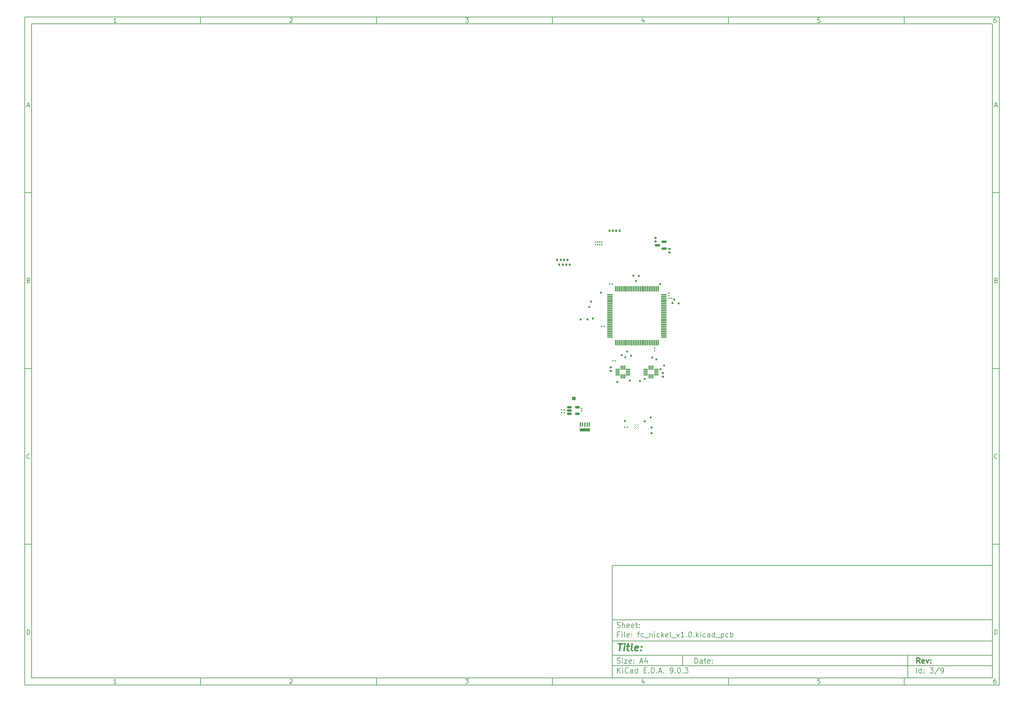
<source format=gbr>
%TF.GenerationSoftware,KiCad,Pcbnew,9.0.3*%
%TF.CreationDate,2025-08-31T17:25:54+05:30*%
%TF.ProjectId,fc_nickel_v1.0,66635f6e-6963-46b6-956c-5f76312e302e,rev?*%
%TF.SameCoordinates,Original*%
%TF.FileFunction,Paste,Top*%
%TF.FilePolarity,Positive*%
%FSLAX46Y46*%
G04 Gerber Fmt 4.6, Leading zero omitted, Abs format (unit mm)*
G04 Created by KiCad (PCBNEW 9.0.3) date 2025-08-31 17:25:54*
%MOMM*%
%LPD*%
G01*
G04 APERTURE LIST*
G04 Aperture macros list*
%AMRoundRect*
0 Rectangle with rounded corners*
0 $1 Rounding radius*
0 $2 $3 $4 $5 $6 $7 $8 $9 X,Y pos of 4 corners*
0 Add a 4 corners polygon primitive as box body*
4,1,4,$2,$3,$4,$5,$6,$7,$8,$9,$2,$3,0*
0 Add four circle primitives for the rounded corners*
1,1,$1+$1,$2,$3*
1,1,$1+$1,$4,$5*
1,1,$1+$1,$6,$7*
1,1,$1+$1,$8,$9*
0 Add four rect primitives between the rounded corners*
20,1,$1+$1,$2,$3,$4,$5,0*
20,1,$1+$1,$4,$5,$6,$7,0*
20,1,$1+$1,$6,$7,$8,$9,0*
20,1,$1+$1,$8,$9,$2,$3,0*%
G04 Aperture macros list end*
%ADD10C,0.100000*%
%ADD11C,0.150000*%
%ADD12C,0.300000*%
%ADD13C,0.400000*%
%ADD14R,0.500000X0.500000*%
%ADD15RoundRect,0.067500X0.137500X0.067500X-0.137500X0.067500X-0.137500X-0.067500X0.137500X-0.067500X0*%
%ADD16RoundRect,0.067500X-0.067500X0.137500X-0.067500X-0.137500X0.067500X-0.137500X0.067500X0.137500X0*%
%ADD17RoundRect,0.150000X0.587500X0.150000X-0.587500X0.150000X-0.587500X-0.150000X0.587500X-0.150000X0*%
%ADD18R,0.400000X1.200000*%
%ADD19R,3.000000X0.900000*%
%ADD20RoundRect,0.147500X0.147500X0.172500X-0.147500X0.172500X-0.147500X-0.172500X0.147500X-0.172500X0*%
%ADD21RoundRect,0.135000X-0.185000X0.135000X-0.185000X-0.135000X0.185000X-0.135000X0.185000X0.135000X0*%
%ADD22RoundRect,0.045000X0.555000X0.105000X-0.555000X0.105000X-0.555000X-0.105000X0.555000X-0.105000X0*%
%ADD23RoundRect,0.045000X0.105000X-0.555000X0.105000X0.555000X-0.105000X0.555000X-0.105000X-0.555000X0*%
%ADD24RoundRect,0.067500X-0.137500X-0.067500X0.137500X-0.067500X0.137500X0.067500X-0.137500X0.067500X0*%
%ADD25RoundRect,0.135000X0.135000X0.185000X-0.135000X0.185000X-0.135000X-0.185000X0.135000X-0.185000X0*%
%ADD26RoundRect,0.135000X0.185000X-0.135000X0.185000X0.135000X-0.185000X0.135000X-0.185000X-0.135000X0*%
%ADD27C,0.200000*%
%ADD28RoundRect,0.147500X-0.147500X-0.172500X0.147500X-0.172500X0.147500X0.172500X-0.147500X0.172500X0*%
%ADD29RoundRect,0.150000X-0.512500X-0.150000X0.512500X-0.150000X0.512500X0.150000X-0.512500X0.150000X0*%
%ADD30RoundRect,0.067500X0.067500X-0.137500X0.067500X0.137500X-0.067500X0.137500X-0.067500X-0.137500X0*%
%ADD31RoundRect,0.135000X-0.135000X-0.185000X0.135000X-0.185000X0.135000X0.185000X-0.135000X0.185000X0*%
%ADD32RoundRect,0.045000X-0.555000X-0.105000X0.555000X-0.105000X0.555000X0.105000X-0.555000X0.105000X0*%
%ADD33RoundRect,0.045000X-0.105000X0.555000X-0.105000X-0.555000X0.105000X-0.555000X0.105000X0.555000X0*%
%ADD34RoundRect,0.075000X-0.725000X-0.075000X0.725000X-0.075000X0.725000X0.075000X-0.725000X0.075000X0*%
%ADD35RoundRect,0.075000X-0.075000X-0.725000X0.075000X-0.725000X0.075000X0.725000X-0.075000X0.725000X0*%
G04 APERTURE END LIST*
D10*
D11*
X177002200Y-166007200D02*
X285002200Y-166007200D01*
X285002200Y-198007200D01*
X177002200Y-198007200D01*
X177002200Y-166007200D01*
D10*
D11*
X10000000Y-10000000D02*
X287002200Y-10000000D01*
X287002200Y-200007200D01*
X10000000Y-200007200D01*
X10000000Y-10000000D01*
D10*
D11*
X12000000Y-12000000D02*
X285002200Y-12000000D01*
X285002200Y-198007200D01*
X12000000Y-198007200D01*
X12000000Y-12000000D01*
D10*
D11*
X60000000Y-12000000D02*
X60000000Y-10000000D01*
D10*
D11*
X110000000Y-12000000D02*
X110000000Y-10000000D01*
D10*
D11*
X160000000Y-12000000D02*
X160000000Y-10000000D01*
D10*
D11*
X210000000Y-12000000D02*
X210000000Y-10000000D01*
D10*
D11*
X260000000Y-12000000D02*
X260000000Y-10000000D01*
D10*
D11*
X36089160Y-11593604D02*
X35346303Y-11593604D01*
X35717731Y-11593604D02*
X35717731Y-10293604D01*
X35717731Y-10293604D02*
X35593922Y-10479319D01*
X35593922Y-10479319D02*
X35470112Y-10603128D01*
X35470112Y-10603128D02*
X35346303Y-10665033D01*
D10*
D11*
X85346303Y-10417414D02*
X85408207Y-10355509D01*
X85408207Y-10355509D02*
X85532017Y-10293604D01*
X85532017Y-10293604D02*
X85841541Y-10293604D01*
X85841541Y-10293604D02*
X85965350Y-10355509D01*
X85965350Y-10355509D02*
X86027255Y-10417414D01*
X86027255Y-10417414D02*
X86089160Y-10541223D01*
X86089160Y-10541223D02*
X86089160Y-10665033D01*
X86089160Y-10665033D02*
X86027255Y-10850747D01*
X86027255Y-10850747D02*
X85284398Y-11593604D01*
X85284398Y-11593604D02*
X86089160Y-11593604D01*
D10*
D11*
X135284398Y-10293604D02*
X136089160Y-10293604D01*
X136089160Y-10293604D02*
X135655826Y-10788842D01*
X135655826Y-10788842D02*
X135841541Y-10788842D01*
X135841541Y-10788842D02*
X135965350Y-10850747D01*
X135965350Y-10850747D02*
X136027255Y-10912652D01*
X136027255Y-10912652D02*
X136089160Y-11036461D01*
X136089160Y-11036461D02*
X136089160Y-11345985D01*
X136089160Y-11345985D02*
X136027255Y-11469795D01*
X136027255Y-11469795D02*
X135965350Y-11531700D01*
X135965350Y-11531700D02*
X135841541Y-11593604D01*
X135841541Y-11593604D02*
X135470112Y-11593604D01*
X135470112Y-11593604D02*
X135346303Y-11531700D01*
X135346303Y-11531700D02*
X135284398Y-11469795D01*
D10*
D11*
X185965350Y-10726938D02*
X185965350Y-11593604D01*
X185655826Y-10231700D02*
X185346303Y-11160271D01*
X185346303Y-11160271D02*
X186151064Y-11160271D01*
D10*
D11*
X236027255Y-10293604D02*
X235408207Y-10293604D01*
X235408207Y-10293604D02*
X235346303Y-10912652D01*
X235346303Y-10912652D02*
X235408207Y-10850747D01*
X235408207Y-10850747D02*
X235532017Y-10788842D01*
X235532017Y-10788842D02*
X235841541Y-10788842D01*
X235841541Y-10788842D02*
X235965350Y-10850747D01*
X235965350Y-10850747D02*
X236027255Y-10912652D01*
X236027255Y-10912652D02*
X236089160Y-11036461D01*
X236089160Y-11036461D02*
X236089160Y-11345985D01*
X236089160Y-11345985D02*
X236027255Y-11469795D01*
X236027255Y-11469795D02*
X235965350Y-11531700D01*
X235965350Y-11531700D02*
X235841541Y-11593604D01*
X235841541Y-11593604D02*
X235532017Y-11593604D01*
X235532017Y-11593604D02*
X235408207Y-11531700D01*
X235408207Y-11531700D02*
X235346303Y-11469795D01*
D10*
D11*
X285965350Y-10293604D02*
X285717731Y-10293604D01*
X285717731Y-10293604D02*
X285593922Y-10355509D01*
X285593922Y-10355509D02*
X285532017Y-10417414D01*
X285532017Y-10417414D02*
X285408207Y-10603128D01*
X285408207Y-10603128D02*
X285346303Y-10850747D01*
X285346303Y-10850747D02*
X285346303Y-11345985D01*
X285346303Y-11345985D02*
X285408207Y-11469795D01*
X285408207Y-11469795D02*
X285470112Y-11531700D01*
X285470112Y-11531700D02*
X285593922Y-11593604D01*
X285593922Y-11593604D02*
X285841541Y-11593604D01*
X285841541Y-11593604D02*
X285965350Y-11531700D01*
X285965350Y-11531700D02*
X286027255Y-11469795D01*
X286027255Y-11469795D02*
X286089160Y-11345985D01*
X286089160Y-11345985D02*
X286089160Y-11036461D01*
X286089160Y-11036461D02*
X286027255Y-10912652D01*
X286027255Y-10912652D02*
X285965350Y-10850747D01*
X285965350Y-10850747D02*
X285841541Y-10788842D01*
X285841541Y-10788842D02*
X285593922Y-10788842D01*
X285593922Y-10788842D02*
X285470112Y-10850747D01*
X285470112Y-10850747D02*
X285408207Y-10912652D01*
X285408207Y-10912652D02*
X285346303Y-11036461D01*
D10*
D11*
X60000000Y-198007200D02*
X60000000Y-200007200D01*
D10*
D11*
X110000000Y-198007200D02*
X110000000Y-200007200D01*
D10*
D11*
X160000000Y-198007200D02*
X160000000Y-200007200D01*
D10*
D11*
X210000000Y-198007200D02*
X210000000Y-200007200D01*
D10*
D11*
X260000000Y-198007200D02*
X260000000Y-200007200D01*
D10*
D11*
X36089160Y-199600804D02*
X35346303Y-199600804D01*
X35717731Y-199600804D02*
X35717731Y-198300804D01*
X35717731Y-198300804D02*
X35593922Y-198486519D01*
X35593922Y-198486519D02*
X35470112Y-198610328D01*
X35470112Y-198610328D02*
X35346303Y-198672233D01*
D10*
D11*
X85346303Y-198424614D02*
X85408207Y-198362709D01*
X85408207Y-198362709D02*
X85532017Y-198300804D01*
X85532017Y-198300804D02*
X85841541Y-198300804D01*
X85841541Y-198300804D02*
X85965350Y-198362709D01*
X85965350Y-198362709D02*
X86027255Y-198424614D01*
X86027255Y-198424614D02*
X86089160Y-198548423D01*
X86089160Y-198548423D02*
X86089160Y-198672233D01*
X86089160Y-198672233D02*
X86027255Y-198857947D01*
X86027255Y-198857947D02*
X85284398Y-199600804D01*
X85284398Y-199600804D02*
X86089160Y-199600804D01*
D10*
D11*
X135284398Y-198300804D02*
X136089160Y-198300804D01*
X136089160Y-198300804D02*
X135655826Y-198796042D01*
X135655826Y-198796042D02*
X135841541Y-198796042D01*
X135841541Y-198796042D02*
X135965350Y-198857947D01*
X135965350Y-198857947D02*
X136027255Y-198919852D01*
X136027255Y-198919852D02*
X136089160Y-199043661D01*
X136089160Y-199043661D02*
X136089160Y-199353185D01*
X136089160Y-199353185D02*
X136027255Y-199476995D01*
X136027255Y-199476995D02*
X135965350Y-199538900D01*
X135965350Y-199538900D02*
X135841541Y-199600804D01*
X135841541Y-199600804D02*
X135470112Y-199600804D01*
X135470112Y-199600804D02*
X135346303Y-199538900D01*
X135346303Y-199538900D02*
X135284398Y-199476995D01*
D10*
D11*
X185965350Y-198734138D02*
X185965350Y-199600804D01*
X185655826Y-198238900D02*
X185346303Y-199167471D01*
X185346303Y-199167471D02*
X186151064Y-199167471D01*
D10*
D11*
X236027255Y-198300804D02*
X235408207Y-198300804D01*
X235408207Y-198300804D02*
X235346303Y-198919852D01*
X235346303Y-198919852D02*
X235408207Y-198857947D01*
X235408207Y-198857947D02*
X235532017Y-198796042D01*
X235532017Y-198796042D02*
X235841541Y-198796042D01*
X235841541Y-198796042D02*
X235965350Y-198857947D01*
X235965350Y-198857947D02*
X236027255Y-198919852D01*
X236027255Y-198919852D02*
X236089160Y-199043661D01*
X236089160Y-199043661D02*
X236089160Y-199353185D01*
X236089160Y-199353185D02*
X236027255Y-199476995D01*
X236027255Y-199476995D02*
X235965350Y-199538900D01*
X235965350Y-199538900D02*
X235841541Y-199600804D01*
X235841541Y-199600804D02*
X235532017Y-199600804D01*
X235532017Y-199600804D02*
X235408207Y-199538900D01*
X235408207Y-199538900D02*
X235346303Y-199476995D01*
D10*
D11*
X285965350Y-198300804D02*
X285717731Y-198300804D01*
X285717731Y-198300804D02*
X285593922Y-198362709D01*
X285593922Y-198362709D02*
X285532017Y-198424614D01*
X285532017Y-198424614D02*
X285408207Y-198610328D01*
X285408207Y-198610328D02*
X285346303Y-198857947D01*
X285346303Y-198857947D02*
X285346303Y-199353185D01*
X285346303Y-199353185D02*
X285408207Y-199476995D01*
X285408207Y-199476995D02*
X285470112Y-199538900D01*
X285470112Y-199538900D02*
X285593922Y-199600804D01*
X285593922Y-199600804D02*
X285841541Y-199600804D01*
X285841541Y-199600804D02*
X285965350Y-199538900D01*
X285965350Y-199538900D02*
X286027255Y-199476995D01*
X286027255Y-199476995D02*
X286089160Y-199353185D01*
X286089160Y-199353185D02*
X286089160Y-199043661D01*
X286089160Y-199043661D02*
X286027255Y-198919852D01*
X286027255Y-198919852D02*
X285965350Y-198857947D01*
X285965350Y-198857947D02*
X285841541Y-198796042D01*
X285841541Y-198796042D02*
X285593922Y-198796042D01*
X285593922Y-198796042D02*
X285470112Y-198857947D01*
X285470112Y-198857947D02*
X285408207Y-198919852D01*
X285408207Y-198919852D02*
X285346303Y-199043661D01*
D10*
D11*
X10000000Y-60000000D02*
X12000000Y-60000000D01*
D10*
D11*
X10000000Y-110000000D02*
X12000000Y-110000000D01*
D10*
D11*
X10000000Y-160000000D02*
X12000000Y-160000000D01*
D10*
D11*
X10690476Y-35222176D02*
X11309523Y-35222176D01*
X10566666Y-35593604D02*
X10999999Y-34293604D01*
X10999999Y-34293604D02*
X11433333Y-35593604D01*
D10*
D11*
X11092857Y-84912652D02*
X11278571Y-84974557D01*
X11278571Y-84974557D02*
X11340476Y-85036461D01*
X11340476Y-85036461D02*
X11402380Y-85160271D01*
X11402380Y-85160271D02*
X11402380Y-85345985D01*
X11402380Y-85345985D02*
X11340476Y-85469795D01*
X11340476Y-85469795D02*
X11278571Y-85531700D01*
X11278571Y-85531700D02*
X11154761Y-85593604D01*
X11154761Y-85593604D02*
X10659523Y-85593604D01*
X10659523Y-85593604D02*
X10659523Y-84293604D01*
X10659523Y-84293604D02*
X11092857Y-84293604D01*
X11092857Y-84293604D02*
X11216666Y-84355509D01*
X11216666Y-84355509D02*
X11278571Y-84417414D01*
X11278571Y-84417414D02*
X11340476Y-84541223D01*
X11340476Y-84541223D02*
X11340476Y-84665033D01*
X11340476Y-84665033D02*
X11278571Y-84788842D01*
X11278571Y-84788842D02*
X11216666Y-84850747D01*
X11216666Y-84850747D02*
X11092857Y-84912652D01*
X11092857Y-84912652D02*
X10659523Y-84912652D01*
D10*
D11*
X11402380Y-135469795D02*
X11340476Y-135531700D01*
X11340476Y-135531700D02*
X11154761Y-135593604D01*
X11154761Y-135593604D02*
X11030952Y-135593604D01*
X11030952Y-135593604D02*
X10845238Y-135531700D01*
X10845238Y-135531700D02*
X10721428Y-135407890D01*
X10721428Y-135407890D02*
X10659523Y-135284080D01*
X10659523Y-135284080D02*
X10597619Y-135036461D01*
X10597619Y-135036461D02*
X10597619Y-134850747D01*
X10597619Y-134850747D02*
X10659523Y-134603128D01*
X10659523Y-134603128D02*
X10721428Y-134479319D01*
X10721428Y-134479319D02*
X10845238Y-134355509D01*
X10845238Y-134355509D02*
X11030952Y-134293604D01*
X11030952Y-134293604D02*
X11154761Y-134293604D01*
X11154761Y-134293604D02*
X11340476Y-134355509D01*
X11340476Y-134355509D02*
X11402380Y-134417414D01*
D10*
D11*
X10659523Y-185593604D02*
X10659523Y-184293604D01*
X10659523Y-184293604D02*
X10969047Y-184293604D01*
X10969047Y-184293604D02*
X11154761Y-184355509D01*
X11154761Y-184355509D02*
X11278571Y-184479319D01*
X11278571Y-184479319D02*
X11340476Y-184603128D01*
X11340476Y-184603128D02*
X11402380Y-184850747D01*
X11402380Y-184850747D02*
X11402380Y-185036461D01*
X11402380Y-185036461D02*
X11340476Y-185284080D01*
X11340476Y-185284080D02*
X11278571Y-185407890D01*
X11278571Y-185407890D02*
X11154761Y-185531700D01*
X11154761Y-185531700D02*
X10969047Y-185593604D01*
X10969047Y-185593604D02*
X10659523Y-185593604D01*
D10*
D11*
X287002200Y-60000000D02*
X285002200Y-60000000D01*
D10*
D11*
X287002200Y-110000000D02*
X285002200Y-110000000D01*
D10*
D11*
X287002200Y-160000000D02*
X285002200Y-160000000D01*
D10*
D11*
X285692676Y-35222176D02*
X286311723Y-35222176D01*
X285568866Y-35593604D02*
X286002199Y-34293604D01*
X286002199Y-34293604D02*
X286435533Y-35593604D01*
D10*
D11*
X286095057Y-84912652D02*
X286280771Y-84974557D01*
X286280771Y-84974557D02*
X286342676Y-85036461D01*
X286342676Y-85036461D02*
X286404580Y-85160271D01*
X286404580Y-85160271D02*
X286404580Y-85345985D01*
X286404580Y-85345985D02*
X286342676Y-85469795D01*
X286342676Y-85469795D02*
X286280771Y-85531700D01*
X286280771Y-85531700D02*
X286156961Y-85593604D01*
X286156961Y-85593604D02*
X285661723Y-85593604D01*
X285661723Y-85593604D02*
X285661723Y-84293604D01*
X285661723Y-84293604D02*
X286095057Y-84293604D01*
X286095057Y-84293604D02*
X286218866Y-84355509D01*
X286218866Y-84355509D02*
X286280771Y-84417414D01*
X286280771Y-84417414D02*
X286342676Y-84541223D01*
X286342676Y-84541223D02*
X286342676Y-84665033D01*
X286342676Y-84665033D02*
X286280771Y-84788842D01*
X286280771Y-84788842D02*
X286218866Y-84850747D01*
X286218866Y-84850747D02*
X286095057Y-84912652D01*
X286095057Y-84912652D02*
X285661723Y-84912652D01*
D10*
D11*
X286404580Y-135469795D02*
X286342676Y-135531700D01*
X286342676Y-135531700D02*
X286156961Y-135593604D01*
X286156961Y-135593604D02*
X286033152Y-135593604D01*
X286033152Y-135593604D02*
X285847438Y-135531700D01*
X285847438Y-135531700D02*
X285723628Y-135407890D01*
X285723628Y-135407890D02*
X285661723Y-135284080D01*
X285661723Y-135284080D02*
X285599819Y-135036461D01*
X285599819Y-135036461D02*
X285599819Y-134850747D01*
X285599819Y-134850747D02*
X285661723Y-134603128D01*
X285661723Y-134603128D02*
X285723628Y-134479319D01*
X285723628Y-134479319D02*
X285847438Y-134355509D01*
X285847438Y-134355509D02*
X286033152Y-134293604D01*
X286033152Y-134293604D02*
X286156961Y-134293604D01*
X286156961Y-134293604D02*
X286342676Y-134355509D01*
X286342676Y-134355509D02*
X286404580Y-134417414D01*
D10*
D11*
X285661723Y-185593604D02*
X285661723Y-184293604D01*
X285661723Y-184293604D02*
X285971247Y-184293604D01*
X285971247Y-184293604D02*
X286156961Y-184355509D01*
X286156961Y-184355509D02*
X286280771Y-184479319D01*
X286280771Y-184479319D02*
X286342676Y-184603128D01*
X286342676Y-184603128D02*
X286404580Y-184850747D01*
X286404580Y-184850747D02*
X286404580Y-185036461D01*
X286404580Y-185036461D02*
X286342676Y-185284080D01*
X286342676Y-185284080D02*
X286280771Y-185407890D01*
X286280771Y-185407890D02*
X286156961Y-185531700D01*
X286156961Y-185531700D02*
X285971247Y-185593604D01*
X285971247Y-185593604D02*
X285661723Y-185593604D01*
D10*
D11*
X200458026Y-193793328D02*
X200458026Y-192293328D01*
X200458026Y-192293328D02*
X200815169Y-192293328D01*
X200815169Y-192293328D02*
X201029455Y-192364757D01*
X201029455Y-192364757D02*
X201172312Y-192507614D01*
X201172312Y-192507614D02*
X201243741Y-192650471D01*
X201243741Y-192650471D02*
X201315169Y-192936185D01*
X201315169Y-192936185D02*
X201315169Y-193150471D01*
X201315169Y-193150471D02*
X201243741Y-193436185D01*
X201243741Y-193436185D02*
X201172312Y-193579042D01*
X201172312Y-193579042D02*
X201029455Y-193721900D01*
X201029455Y-193721900D02*
X200815169Y-193793328D01*
X200815169Y-193793328D02*
X200458026Y-193793328D01*
X202600884Y-193793328D02*
X202600884Y-193007614D01*
X202600884Y-193007614D02*
X202529455Y-192864757D01*
X202529455Y-192864757D02*
X202386598Y-192793328D01*
X202386598Y-192793328D02*
X202100884Y-192793328D01*
X202100884Y-192793328D02*
X201958026Y-192864757D01*
X202600884Y-193721900D02*
X202458026Y-193793328D01*
X202458026Y-193793328D02*
X202100884Y-193793328D01*
X202100884Y-193793328D02*
X201958026Y-193721900D01*
X201958026Y-193721900D02*
X201886598Y-193579042D01*
X201886598Y-193579042D02*
X201886598Y-193436185D01*
X201886598Y-193436185D02*
X201958026Y-193293328D01*
X201958026Y-193293328D02*
X202100884Y-193221900D01*
X202100884Y-193221900D02*
X202458026Y-193221900D01*
X202458026Y-193221900D02*
X202600884Y-193150471D01*
X203100884Y-192793328D02*
X203672312Y-192793328D01*
X203315169Y-192293328D02*
X203315169Y-193579042D01*
X203315169Y-193579042D02*
X203386598Y-193721900D01*
X203386598Y-193721900D02*
X203529455Y-193793328D01*
X203529455Y-193793328D02*
X203672312Y-193793328D01*
X204743741Y-193721900D02*
X204600884Y-193793328D01*
X204600884Y-193793328D02*
X204315170Y-193793328D01*
X204315170Y-193793328D02*
X204172312Y-193721900D01*
X204172312Y-193721900D02*
X204100884Y-193579042D01*
X204100884Y-193579042D02*
X204100884Y-193007614D01*
X204100884Y-193007614D02*
X204172312Y-192864757D01*
X204172312Y-192864757D02*
X204315170Y-192793328D01*
X204315170Y-192793328D02*
X204600884Y-192793328D01*
X204600884Y-192793328D02*
X204743741Y-192864757D01*
X204743741Y-192864757D02*
X204815170Y-193007614D01*
X204815170Y-193007614D02*
X204815170Y-193150471D01*
X204815170Y-193150471D02*
X204100884Y-193293328D01*
X205458026Y-193650471D02*
X205529455Y-193721900D01*
X205529455Y-193721900D02*
X205458026Y-193793328D01*
X205458026Y-193793328D02*
X205386598Y-193721900D01*
X205386598Y-193721900D02*
X205458026Y-193650471D01*
X205458026Y-193650471D02*
X205458026Y-193793328D01*
X205458026Y-192864757D02*
X205529455Y-192936185D01*
X205529455Y-192936185D02*
X205458026Y-193007614D01*
X205458026Y-193007614D02*
X205386598Y-192936185D01*
X205386598Y-192936185D02*
X205458026Y-192864757D01*
X205458026Y-192864757D02*
X205458026Y-193007614D01*
D10*
D11*
X177002200Y-194507200D02*
X285002200Y-194507200D01*
D10*
D11*
X178458026Y-196593328D02*
X178458026Y-195093328D01*
X179315169Y-196593328D02*
X178672312Y-195736185D01*
X179315169Y-195093328D02*
X178458026Y-195950471D01*
X179958026Y-196593328D02*
X179958026Y-195593328D01*
X179958026Y-195093328D02*
X179886598Y-195164757D01*
X179886598Y-195164757D02*
X179958026Y-195236185D01*
X179958026Y-195236185D02*
X180029455Y-195164757D01*
X180029455Y-195164757D02*
X179958026Y-195093328D01*
X179958026Y-195093328D02*
X179958026Y-195236185D01*
X181529455Y-196450471D02*
X181458027Y-196521900D01*
X181458027Y-196521900D02*
X181243741Y-196593328D01*
X181243741Y-196593328D02*
X181100884Y-196593328D01*
X181100884Y-196593328D02*
X180886598Y-196521900D01*
X180886598Y-196521900D02*
X180743741Y-196379042D01*
X180743741Y-196379042D02*
X180672312Y-196236185D01*
X180672312Y-196236185D02*
X180600884Y-195950471D01*
X180600884Y-195950471D02*
X180600884Y-195736185D01*
X180600884Y-195736185D02*
X180672312Y-195450471D01*
X180672312Y-195450471D02*
X180743741Y-195307614D01*
X180743741Y-195307614D02*
X180886598Y-195164757D01*
X180886598Y-195164757D02*
X181100884Y-195093328D01*
X181100884Y-195093328D02*
X181243741Y-195093328D01*
X181243741Y-195093328D02*
X181458027Y-195164757D01*
X181458027Y-195164757D02*
X181529455Y-195236185D01*
X182815170Y-196593328D02*
X182815170Y-195807614D01*
X182815170Y-195807614D02*
X182743741Y-195664757D01*
X182743741Y-195664757D02*
X182600884Y-195593328D01*
X182600884Y-195593328D02*
X182315170Y-195593328D01*
X182315170Y-195593328D02*
X182172312Y-195664757D01*
X182815170Y-196521900D02*
X182672312Y-196593328D01*
X182672312Y-196593328D02*
X182315170Y-196593328D01*
X182315170Y-196593328D02*
X182172312Y-196521900D01*
X182172312Y-196521900D02*
X182100884Y-196379042D01*
X182100884Y-196379042D02*
X182100884Y-196236185D01*
X182100884Y-196236185D02*
X182172312Y-196093328D01*
X182172312Y-196093328D02*
X182315170Y-196021900D01*
X182315170Y-196021900D02*
X182672312Y-196021900D01*
X182672312Y-196021900D02*
X182815170Y-195950471D01*
X184172313Y-196593328D02*
X184172313Y-195093328D01*
X184172313Y-196521900D02*
X184029455Y-196593328D01*
X184029455Y-196593328D02*
X183743741Y-196593328D01*
X183743741Y-196593328D02*
X183600884Y-196521900D01*
X183600884Y-196521900D02*
X183529455Y-196450471D01*
X183529455Y-196450471D02*
X183458027Y-196307614D01*
X183458027Y-196307614D02*
X183458027Y-195879042D01*
X183458027Y-195879042D02*
X183529455Y-195736185D01*
X183529455Y-195736185D02*
X183600884Y-195664757D01*
X183600884Y-195664757D02*
X183743741Y-195593328D01*
X183743741Y-195593328D02*
X184029455Y-195593328D01*
X184029455Y-195593328D02*
X184172313Y-195664757D01*
X186029455Y-195807614D02*
X186529455Y-195807614D01*
X186743741Y-196593328D02*
X186029455Y-196593328D01*
X186029455Y-196593328D02*
X186029455Y-195093328D01*
X186029455Y-195093328D02*
X186743741Y-195093328D01*
X187386598Y-196450471D02*
X187458027Y-196521900D01*
X187458027Y-196521900D02*
X187386598Y-196593328D01*
X187386598Y-196593328D02*
X187315170Y-196521900D01*
X187315170Y-196521900D02*
X187386598Y-196450471D01*
X187386598Y-196450471D02*
X187386598Y-196593328D01*
X188100884Y-196593328D02*
X188100884Y-195093328D01*
X188100884Y-195093328D02*
X188458027Y-195093328D01*
X188458027Y-195093328D02*
X188672313Y-195164757D01*
X188672313Y-195164757D02*
X188815170Y-195307614D01*
X188815170Y-195307614D02*
X188886599Y-195450471D01*
X188886599Y-195450471D02*
X188958027Y-195736185D01*
X188958027Y-195736185D02*
X188958027Y-195950471D01*
X188958027Y-195950471D02*
X188886599Y-196236185D01*
X188886599Y-196236185D02*
X188815170Y-196379042D01*
X188815170Y-196379042D02*
X188672313Y-196521900D01*
X188672313Y-196521900D02*
X188458027Y-196593328D01*
X188458027Y-196593328D02*
X188100884Y-196593328D01*
X189600884Y-196450471D02*
X189672313Y-196521900D01*
X189672313Y-196521900D02*
X189600884Y-196593328D01*
X189600884Y-196593328D02*
X189529456Y-196521900D01*
X189529456Y-196521900D02*
X189600884Y-196450471D01*
X189600884Y-196450471D02*
X189600884Y-196593328D01*
X190243742Y-196164757D02*
X190958028Y-196164757D01*
X190100885Y-196593328D02*
X190600885Y-195093328D01*
X190600885Y-195093328D02*
X191100885Y-196593328D01*
X191600884Y-196450471D02*
X191672313Y-196521900D01*
X191672313Y-196521900D02*
X191600884Y-196593328D01*
X191600884Y-196593328D02*
X191529456Y-196521900D01*
X191529456Y-196521900D02*
X191600884Y-196450471D01*
X191600884Y-196450471D02*
X191600884Y-196593328D01*
X193529456Y-196593328D02*
X193815170Y-196593328D01*
X193815170Y-196593328D02*
X193958027Y-196521900D01*
X193958027Y-196521900D02*
X194029456Y-196450471D01*
X194029456Y-196450471D02*
X194172313Y-196236185D01*
X194172313Y-196236185D02*
X194243742Y-195950471D01*
X194243742Y-195950471D02*
X194243742Y-195379042D01*
X194243742Y-195379042D02*
X194172313Y-195236185D01*
X194172313Y-195236185D02*
X194100885Y-195164757D01*
X194100885Y-195164757D02*
X193958027Y-195093328D01*
X193958027Y-195093328D02*
X193672313Y-195093328D01*
X193672313Y-195093328D02*
X193529456Y-195164757D01*
X193529456Y-195164757D02*
X193458027Y-195236185D01*
X193458027Y-195236185D02*
X193386599Y-195379042D01*
X193386599Y-195379042D02*
X193386599Y-195736185D01*
X193386599Y-195736185D02*
X193458027Y-195879042D01*
X193458027Y-195879042D02*
X193529456Y-195950471D01*
X193529456Y-195950471D02*
X193672313Y-196021900D01*
X193672313Y-196021900D02*
X193958027Y-196021900D01*
X193958027Y-196021900D02*
X194100885Y-195950471D01*
X194100885Y-195950471D02*
X194172313Y-195879042D01*
X194172313Y-195879042D02*
X194243742Y-195736185D01*
X194886598Y-196450471D02*
X194958027Y-196521900D01*
X194958027Y-196521900D02*
X194886598Y-196593328D01*
X194886598Y-196593328D02*
X194815170Y-196521900D01*
X194815170Y-196521900D02*
X194886598Y-196450471D01*
X194886598Y-196450471D02*
X194886598Y-196593328D01*
X195886599Y-195093328D02*
X196029456Y-195093328D01*
X196029456Y-195093328D02*
X196172313Y-195164757D01*
X196172313Y-195164757D02*
X196243742Y-195236185D01*
X196243742Y-195236185D02*
X196315170Y-195379042D01*
X196315170Y-195379042D02*
X196386599Y-195664757D01*
X196386599Y-195664757D02*
X196386599Y-196021900D01*
X196386599Y-196021900D02*
X196315170Y-196307614D01*
X196315170Y-196307614D02*
X196243742Y-196450471D01*
X196243742Y-196450471D02*
X196172313Y-196521900D01*
X196172313Y-196521900D02*
X196029456Y-196593328D01*
X196029456Y-196593328D02*
X195886599Y-196593328D01*
X195886599Y-196593328D02*
X195743742Y-196521900D01*
X195743742Y-196521900D02*
X195672313Y-196450471D01*
X195672313Y-196450471D02*
X195600884Y-196307614D01*
X195600884Y-196307614D02*
X195529456Y-196021900D01*
X195529456Y-196021900D02*
X195529456Y-195664757D01*
X195529456Y-195664757D02*
X195600884Y-195379042D01*
X195600884Y-195379042D02*
X195672313Y-195236185D01*
X195672313Y-195236185D02*
X195743742Y-195164757D01*
X195743742Y-195164757D02*
X195886599Y-195093328D01*
X197029455Y-196450471D02*
X197100884Y-196521900D01*
X197100884Y-196521900D02*
X197029455Y-196593328D01*
X197029455Y-196593328D02*
X196958027Y-196521900D01*
X196958027Y-196521900D02*
X197029455Y-196450471D01*
X197029455Y-196450471D02*
X197029455Y-196593328D01*
X197600884Y-195093328D02*
X198529456Y-195093328D01*
X198529456Y-195093328D02*
X198029456Y-195664757D01*
X198029456Y-195664757D02*
X198243741Y-195664757D01*
X198243741Y-195664757D02*
X198386599Y-195736185D01*
X198386599Y-195736185D02*
X198458027Y-195807614D01*
X198458027Y-195807614D02*
X198529456Y-195950471D01*
X198529456Y-195950471D02*
X198529456Y-196307614D01*
X198529456Y-196307614D02*
X198458027Y-196450471D01*
X198458027Y-196450471D02*
X198386599Y-196521900D01*
X198386599Y-196521900D02*
X198243741Y-196593328D01*
X198243741Y-196593328D02*
X197815170Y-196593328D01*
X197815170Y-196593328D02*
X197672313Y-196521900D01*
X197672313Y-196521900D02*
X197600884Y-196450471D01*
D10*
D11*
X177002200Y-191507200D02*
X285002200Y-191507200D01*
D10*
D12*
X264413853Y-193785528D02*
X263913853Y-193071242D01*
X263556710Y-193785528D02*
X263556710Y-192285528D01*
X263556710Y-192285528D02*
X264128139Y-192285528D01*
X264128139Y-192285528D02*
X264270996Y-192356957D01*
X264270996Y-192356957D02*
X264342425Y-192428385D01*
X264342425Y-192428385D02*
X264413853Y-192571242D01*
X264413853Y-192571242D02*
X264413853Y-192785528D01*
X264413853Y-192785528D02*
X264342425Y-192928385D01*
X264342425Y-192928385D02*
X264270996Y-192999814D01*
X264270996Y-192999814D02*
X264128139Y-193071242D01*
X264128139Y-193071242D02*
X263556710Y-193071242D01*
X265628139Y-193714100D02*
X265485282Y-193785528D01*
X265485282Y-193785528D02*
X265199568Y-193785528D01*
X265199568Y-193785528D02*
X265056710Y-193714100D01*
X265056710Y-193714100D02*
X264985282Y-193571242D01*
X264985282Y-193571242D02*
X264985282Y-192999814D01*
X264985282Y-192999814D02*
X265056710Y-192856957D01*
X265056710Y-192856957D02*
X265199568Y-192785528D01*
X265199568Y-192785528D02*
X265485282Y-192785528D01*
X265485282Y-192785528D02*
X265628139Y-192856957D01*
X265628139Y-192856957D02*
X265699568Y-192999814D01*
X265699568Y-192999814D02*
X265699568Y-193142671D01*
X265699568Y-193142671D02*
X264985282Y-193285528D01*
X266199567Y-192785528D02*
X266556710Y-193785528D01*
X266556710Y-193785528D02*
X266913853Y-192785528D01*
X267485281Y-193642671D02*
X267556710Y-193714100D01*
X267556710Y-193714100D02*
X267485281Y-193785528D01*
X267485281Y-193785528D02*
X267413853Y-193714100D01*
X267413853Y-193714100D02*
X267485281Y-193642671D01*
X267485281Y-193642671D02*
X267485281Y-193785528D01*
X267485281Y-192856957D02*
X267556710Y-192928385D01*
X267556710Y-192928385D02*
X267485281Y-192999814D01*
X267485281Y-192999814D02*
X267413853Y-192928385D01*
X267413853Y-192928385D02*
X267485281Y-192856957D01*
X267485281Y-192856957D02*
X267485281Y-192999814D01*
D10*
D11*
X178386598Y-193721900D02*
X178600884Y-193793328D01*
X178600884Y-193793328D02*
X178958026Y-193793328D01*
X178958026Y-193793328D02*
X179100884Y-193721900D01*
X179100884Y-193721900D02*
X179172312Y-193650471D01*
X179172312Y-193650471D02*
X179243741Y-193507614D01*
X179243741Y-193507614D02*
X179243741Y-193364757D01*
X179243741Y-193364757D02*
X179172312Y-193221900D01*
X179172312Y-193221900D02*
X179100884Y-193150471D01*
X179100884Y-193150471D02*
X178958026Y-193079042D01*
X178958026Y-193079042D02*
X178672312Y-193007614D01*
X178672312Y-193007614D02*
X178529455Y-192936185D01*
X178529455Y-192936185D02*
X178458026Y-192864757D01*
X178458026Y-192864757D02*
X178386598Y-192721900D01*
X178386598Y-192721900D02*
X178386598Y-192579042D01*
X178386598Y-192579042D02*
X178458026Y-192436185D01*
X178458026Y-192436185D02*
X178529455Y-192364757D01*
X178529455Y-192364757D02*
X178672312Y-192293328D01*
X178672312Y-192293328D02*
X179029455Y-192293328D01*
X179029455Y-192293328D02*
X179243741Y-192364757D01*
X179886597Y-193793328D02*
X179886597Y-192793328D01*
X179886597Y-192293328D02*
X179815169Y-192364757D01*
X179815169Y-192364757D02*
X179886597Y-192436185D01*
X179886597Y-192436185D02*
X179958026Y-192364757D01*
X179958026Y-192364757D02*
X179886597Y-192293328D01*
X179886597Y-192293328D02*
X179886597Y-192436185D01*
X180458026Y-192793328D02*
X181243741Y-192793328D01*
X181243741Y-192793328D02*
X180458026Y-193793328D01*
X180458026Y-193793328D02*
X181243741Y-193793328D01*
X182386598Y-193721900D02*
X182243741Y-193793328D01*
X182243741Y-193793328D02*
X181958027Y-193793328D01*
X181958027Y-193793328D02*
X181815169Y-193721900D01*
X181815169Y-193721900D02*
X181743741Y-193579042D01*
X181743741Y-193579042D02*
X181743741Y-193007614D01*
X181743741Y-193007614D02*
X181815169Y-192864757D01*
X181815169Y-192864757D02*
X181958027Y-192793328D01*
X181958027Y-192793328D02*
X182243741Y-192793328D01*
X182243741Y-192793328D02*
X182386598Y-192864757D01*
X182386598Y-192864757D02*
X182458027Y-193007614D01*
X182458027Y-193007614D02*
X182458027Y-193150471D01*
X182458027Y-193150471D02*
X181743741Y-193293328D01*
X183100883Y-193650471D02*
X183172312Y-193721900D01*
X183172312Y-193721900D02*
X183100883Y-193793328D01*
X183100883Y-193793328D02*
X183029455Y-193721900D01*
X183029455Y-193721900D02*
X183100883Y-193650471D01*
X183100883Y-193650471D02*
X183100883Y-193793328D01*
X183100883Y-192864757D02*
X183172312Y-192936185D01*
X183172312Y-192936185D02*
X183100883Y-193007614D01*
X183100883Y-193007614D02*
X183029455Y-192936185D01*
X183029455Y-192936185D02*
X183100883Y-192864757D01*
X183100883Y-192864757D02*
X183100883Y-193007614D01*
X184886598Y-193364757D02*
X185600884Y-193364757D01*
X184743741Y-193793328D02*
X185243741Y-192293328D01*
X185243741Y-192293328D02*
X185743741Y-193793328D01*
X186886598Y-192793328D02*
X186886598Y-193793328D01*
X186529455Y-192221900D02*
X186172312Y-193293328D01*
X186172312Y-193293328D02*
X187100883Y-193293328D01*
D10*
D11*
X263458026Y-196593328D02*
X263458026Y-195093328D01*
X264815170Y-196593328D02*
X264815170Y-195093328D01*
X264815170Y-196521900D02*
X264672312Y-196593328D01*
X264672312Y-196593328D02*
X264386598Y-196593328D01*
X264386598Y-196593328D02*
X264243741Y-196521900D01*
X264243741Y-196521900D02*
X264172312Y-196450471D01*
X264172312Y-196450471D02*
X264100884Y-196307614D01*
X264100884Y-196307614D02*
X264100884Y-195879042D01*
X264100884Y-195879042D02*
X264172312Y-195736185D01*
X264172312Y-195736185D02*
X264243741Y-195664757D01*
X264243741Y-195664757D02*
X264386598Y-195593328D01*
X264386598Y-195593328D02*
X264672312Y-195593328D01*
X264672312Y-195593328D02*
X264815170Y-195664757D01*
X265529455Y-196450471D02*
X265600884Y-196521900D01*
X265600884Y-196521900D02*
X265529455Y-196593328D01*
X265529455Y-196593328D02*
X265458027Y-196521900D01*
X265458027Y-196521900D02*
X265529455Y-196450471D01*
X265529455Y-196450471D02*
X265529455Y-196593328D01*
X265529455Y-195664757D02*
X265600884Y-195736185D01*
X265600884Y-195736185D02*
X265529455Y-195807614D01*
X265529455Y-195807614D02*
X265458027Y-195736185D01*
X265458027Y-195736185D02*
X265529455Y-195664757D01*
X265529455Y-195664757D02*
X265529455Y-195807614D01*
X267243741Y-195093328D02*
X268172313Y-195093328D01*
X268172313Y-195093328D02*
X267672313Y-195664757D01*
X267672313Y-195664757D02*
X267886598Y-195664757D01*
X267886598Y-195664757D02*
X268029456Y-195736185D01*
X268029456Y-195736185D02*
X268100884Y-195807614D01*
X268100884Y-195807614D02*
X268172313Y-195950471D01*
X268172313Y-195950471D02*
X268172313Y-196307614D01*
X268172313Y-196307614D02*
X268100884Y-196450471D01*
X268100884Y-196450471D02*
X268029456Y-196521900D01*
X268029456Y-196521900D02*
X267886598Y-196593328D01*
X267886598Y-196593328D02*
X267458027Y-196593328D01*
X267458027Y-196593328D02*
X267315170Y-196521900D01*
X267315170Y-196521900D02*
X267243741Y-196450471D01*
X269886598Y-195021900D02*
X268600884Y-196950471D01*
X270458027Y-196593328D02*
X270743741Y-196593328D01*
X270743741Y-196593328D02*
X270886598Y-196521900D01*
X270886598Y-196521900D02*
X270958027Y-196450471D01*
X270958027Y-196450471D02*
X271100884Y-196236185D01*
X271100884Y-196236185D02*
X271172313Y-195950471D01*
X271172313Y-195950471D02*
X271172313Y-195379042D01*
X271172313Y-195379042D02*
X271100884Y-195236185D01*
X271100884Y-195236185D02*
X271029456Y-195164757D01*
X271029456Y-195164757D02*
X270886598Y-195093328D01*
X270886598Y-195093328D02*
X270600884Y-195093328D01*
X270600884Y-195093328D02*
X270458027Y-195164757D01*
X270458027Y-195164757D02*
X270386598Y-195236185D01*
X270386598Y-195236185D02*
X270315170Y-195379042D01*
X270315170Y-195379042D02*
X270315170Y-195736185D01*
X270315170Y-195736185D02*
X270386598Y-195879042D01*
X270386598Y-195879042D02*
X270458027Y-195950471D01*
X270458027Y-195950471D02*
X270600884Y-196021900D01*
X270600884Y-196021900D02*
X270886598Y-196021900D01*
X270886598Y-196021900D02*
X271029456Y-195950471D01*
X271029456Y-195950471D02*
X271100884Y-195879042D01*
X271100884Y-195879042D02*
X271172313Y-195736185D01*
D10*
D11*
X177002200Y-187507200D02*
X285002200Y-187507200D01*
D10*
D13*
X178693928Y-188211638D02*
X179836785Y-188211638D01*
X179015357Y-190211638D02*
X179265357Y-188211638D01*
X180253452Y-190211638D02*
X180420119Y-188878304D01*
X180503452Y-188211638D02*
X180396309Y-188306876D01*
X180396309Y-188306876D02*
X180479643Y-188402114D01*
X180479643Y-188402114D02*
X180586786Y-188306876D01*
X180586786Y-188306876D02*
X180503452Y-188211638D01*
X180503452Y-188211638D02*
X180479643Y-188402114D01*
X181086786Y-188878304D02*
X181848690Y-188878304D01*
X181455833Y-188211638D02*
X181241548Y-189925923D01*
X181241548Y-189925923D02*
X181312976Y-190116400D01*
X181312976Y-190116400D02*
X181491548Y-190211638D01*
X181491548Y-190211638D02*
X181682024Y-190211638D01*
X182634405Y-190211638D02*
X182455833Y-190116400D01*
X182455833Y-190116400D02*
X182384405Y-189925923D01*
X182384405Y-189925923D02*
X182598690Y-188211638D01*
X184170119Y-190116400D02*
X183967738Y-190211638D01*
X183967738Y-190211638D02*
X183586785Y-190211638D01*
X183586785Y-190211638D02*
X183408214Y-190116400D01*
X183408214Y-190116400D02*
X183336785Y-189925923D01*
X183336785Y-189925923D02*
X183432024Y-189164019D01*
X183432024Y-189164019D02*
X183551071Y-188973542D01*
X183551071Y-188973542D02*
X183753452Y-188878304D01*
X183753452Y-188878304D02*
X184134404Y-188878304D01*
X184134404Y-188878304D02*
X184312976Y-188973542D01*
X184312976Y-188973542D02*
X184384404Y-189164019D01*
X184384404Y-189164019D02*
X184360595Y-189354495D01*
X184360595Y-189354495D02*
X183384404Y-189544971D01*
X185134405Y-190021161D02*
X185217738Y-190116400D01*
X185217738Y-190116400D02*
X185110595Y-190211638D01*
X185110595Y-190211638D02*
X185027262Y-190116400D01*
X185027262Y-190116400D02*
X185134405Y-190021161D01*
X185134405Y-190021161D02*
X185110595Y-190211638D01*
X185265357Y-188973542D02*
X185348690Y-189068780D01*
X185348690Y-189068780D02*
X185241548Y-189164019D01*
X185241548Y-189164019D02*
X185158214Y-189068780D01*
X185158214Y-189068780D02*
X185265357Y-188973542D01*
X185265357Y-188973542D02*
X185241548Y-189164019D01*
D10*
D11*
X178958026Y-185607614D02*
X178458026Y-185607614D01*
X178458026Y-186393328D02*
X178458026Y-184893328D01*
X178458026Y-184893328D02*
X179172312Y-184893328D01*
X179743740Y-186393328D02*
X179743740Y-185393328D01*
X179743740Y-184893328D02*
X179672312Y-184964757D01*
X179672312Y-184964757D02*
X179743740Y-185036185D01*
X179743740Y-185036185D02*
X179815169Y-184964757D01*
X179815169Y-184964757D02*
X179743740Y-184893328D01*
X179743740Y-184893328D02*
X179743740Y-185036185D01*
X180672312Y-186393328D02*
X180529455Y-186321900D01*
X180529455Y-186321900D02*
X180458026Y-186179042D01*
X180458026Y-186179042D02*
X180458026Y-184893328D01*
X181815169Y-186321900D02*
X181672312Y-186393328D01*
X181672312Y-186393328D02*
X181386598Y-186393328D01*
X181386598Y-186393328D02*
X181243740Y-186321900D01*
X181243740Y-186321900D02*
X181172312Y-186179042D01*
X181172312Y-186179042D02*
X181172312Y-185607614D01*
X181172312Y-185607614D02*
X181243740Y-185464757D01*
X181243740Y-185464757D02*
X181386598Y-185393328D01*
X181386598Y-185393328D02*
X181672312Y-185393328D01*
X181672312Y-185393328D02*
X181815169Y-185464757D01*
X181815169Y-185464757D02*
X181886598Y-185607614D01*
X181886598Y-185607614D02*
X181886598Y-185750471D01*
X181886598Y-185750471D02*
X181172312Y-185893328D01*
X182529454Y-186250471D02*
X182600883Y-186321900D01*
X182600883Y-186321900D02*
X182529454Y-186393328D01*
X182529454Y-186393328D02*
X182458026Y-186321900D01*
X182458026Y-186321900D02*
X182529454Y-186250471D01*
X182529454Y-186250471D02*
X182529454Y-186393328D01*
X182529454Y-185464757D02*
X182600883Y-185536185D01*
X182600883Y-185536185D02*
X182529454Y-185607614D01*
X182529454Y-185607614D02*
X182458026Y-185536185D01*
X182458026Y-185536185D02*
X182529454Y-185464757D01*
X182529454Y-185464757D02*
X182529454Y-185607614D01*
X184172312Y-185393328D02*
X184743740Y-185393328D01*
X184386597Y-186393328D02*
X184386597Y-185107614D01*
X184386597Y-185107614D02*
X184458026Y-184964757D01*
X184458026Y-184964757D02*
X184600883Y-184893328D01*
X184600883Y-184893328D02*
X184743740Y-184893328D01*
X185886598Y-186321900D02*
X185743740Y-186393328D01*
X185743740Y-186393328D02*
X185458026Y-186393328D01*
X185458026Y-186393328D02*
X185315169Y-186321900D01*
X185315169Y-186321900D02*
X185243740Y-186250471D01*
X185243740Y-186250471D02*
X185172312Y-186107614D01*
X185172312Y-186107614D02*
X185172312Y-185679042D01*
X185172312Y-185679042D02*
X185243740Y-185536185D01*
X185243740Y-185536185D02*
X185315169Y-185464757D01*
X185315169Y-185464757D02*
X185458026Y-185393328D01*
X185458026Y-185393328D02*
X185743740Y-185393328D01*
X185743740Y-185393328D02*
X185886598Y-185464757D01*
X186172312Y-186536185D02*
X187315169Y-186536185D01*
X187672311Y-185393328D02*
X187672311Y-186393328D01*
X187672311Y-185536185D02*
X187743740Y-185464757D01*
X187743740Y-185464757D02*
X187886597Y-185393328D01*
X187886597Y-185393328D02*
X188100883Y-185393328D01*
X188100883Y-185393328D02*
X188243740Y-185464757D01*
X188243740Y-185464757D02*
X188315169Y-185607614D01*
X188315169Y-185607614D02*
X188315169Y-186393328D01*
X189029454Y-186393328D02*
X189029454Y-185393328D01*
X189029454Y-184893328D02*
X188958026Y-184964757D01*
X188958026Y-184964757D02*
X189029454Y-185036185D01*
X189029454Y-185036185D02*
X189100883Y-184964757D01*
X189100883Y-184964757D02*
X189029454Y-184893328D01*
X189029454Y-184893328D02*
X189029454Y-185036185D01*
X190386598Y-186321900D02*
X190243740Y-186393328D01*
X190243740Y-186393328D02*
X189958026Y-186393328D01*
X189958026Y-186393328D02*
X189815169Y-186321900D01*
X189815169Y-186321900D02*
X189743740Y-186250471D01*
X189743740Y-186250471D02*
X189672312Y-186107614D01*
X189672312Y-186107614D02*
X189672312Y-185679042D01*
X189672312Y-185679042D02*
X189743740Y-185536185D01*
X189743740Y-185536185D02*
X189815169Y-185464757D01*
X189815169Y-185464757D02*
X189958026Y-185393328D01*
X189958026Y-185393328D02*
X190243740Y-185393328D01*
X190243740Y-185393328D02*
X190386598Y-185464757D01*
X191029454Y-186393328D02*
X191029454Y-184893328D01*
X191172312Y-185821900D02*
X191600883Y-186393328D01*
X191600883Y-185393328D02*
X191029454Y-185964757D01*
X192815169Y-186321900D02*
X192672312Y-186393328D01*
X192672312Y-186393328D02*
X192386598Y-186393328D01*
X192386598Y-186393328D02*
X192243740Y-186321900D01*
X192243740Y-186321900D02*
X192172312Y-186179042D01*
X192172312Y-186179042D02*
X192172312Y-185607614D01*
X192172312Y-185607614D02*
X192243740Y-185464757D01*
X192243740Y-185464757D02*
X192386598Y-185393328D01*
X192386598Y-185393328D02*
X192672312Y-185393328D01*
X192672312Y-185393328D02*
X192815169Y-185464757D01*
X192815169Y-185464757D02*
X192886598Y-185607614D01*
X192886598Y-185607614D02*
X192886598Y-185750471D01*
X192886598Y-185750471D02*
X192172312Y-185893328D01*
X193743740Y-186393328D02*
X193600883Y-186321900D01*
X193600883Y-186321900D02*
X193529454Y-186179042D01*
X193529454Y-186179042D02*
X193529454Y-184893328D01*
X193958026Y-186536185D02*
X195100883Y-186536185D01*
X195315168Y-185393328D02*
X195672311Y-186393328D01*
X195672311Y-186393328D02*
X196029454Y-185393328D01*
X197386597Y-186393328D02*
X196529454Y-186393328D01*
X196958025Y-186393328D02*
X196958025Y-184893328D01*
X196958025Y-184893328D02*
X196815168Y-185107614D01*
X196815168Y-185107614D02*
X196672311Y-185250471D01*
X196672311Y-185250471D02*
X196529454Y-185321900D01*
X198029453Y-186250471D02*
X198100882Y-186321900D01*
X198100882Y-186321900D02*
X198029453Y-186393328D01*
X198029453Y-186393328D02*
X197958025Y-186321900D01*
X197958025Y-186321900D02*
X198029453Y-186250471D01*
X198029453Y-186250471D02*
X198029453Y-186393328D01*
X199029454Y-184893328D02*
X199172311Y-184893328D01*
X199172311Y-184893328D02*
X199315168Y-184964757D01*
X199315168Y-184964757D02*
X199386597Y-185036185D01*
X199386597Y-185036185D02*
X199458025Y-185179042D01*
X199458025Y-185179042D02*
X199529454Y-185464757D01*
X199529454Y-185464757D02*
X199529454Y-185821900D01*
X199529454Y-185821900D02*
X199458025Y-186107614D01*
X199458025Y-186107614D02*
X199386597Y-186250471D01*
X199386597Y-186250471D02*
X199315168Y-186321900D01*
X199315168Y-186321900D02*
X199172311Y-186393328D01*
X199172311Y-186393328D02*
X199029454Y-186393328D01*
X199029454Y-186393328D02*
X198886597Y-186321900D01*
X198886597Y-186321900D02*
X198815168Y-186250471D01*
X198815168Y-186250471D02*
X198743739Y-186107614D01*
X198743739Y-186107614D02*
X198672311Y-185821900D01*
X198672311Y-185821900D02*
X198672311Y-185464757D01*
X198672311Y-185464757D02*
X198743739Y-185179042D01*
X198743739Y-185179042D02*
X198815168Y-185036185D01*
X198815168Y-185036185D02*
X198886597Y-184964757D01*
X198886597Y-184964757D02*
X199029454Y-184893328D01*
X200172310Y-186250471D02*
X200243739Y-186321900D01*
X200243739Y-186321900D02*
X200172310Y-186393328D01*
X200172310Y-186393328D02*
X200100882Y-186321900D01*
X200100882Y-186321900D02*
X200172310Y-186250471D01*
X200172310Y-186250471D02*
X200172310Y-186393328D01*
X200886596Y-186393328D02*
X200886596Y-184893328D01*
X201029454Y-185821900D02*
X201458025Y-186393328D01*
X201458025Y-185393328D02*
X200886596Y-185964757D01*
X202100882Y-186393328D02*
X202100882Y-185393328D01*
X202100882Y-184893328D02*
X202029454Y-184964757D01*
X202029454Y-184964757D02*
X202100882Y-185036185D01*
X202100882Y-185036185D02*
X202172311Y-184964757D01*
X202172311Y-184964757D02*
X202100882Y-184893328D01*
X202100882Y-184893328D02*
X202100882Y-185036185D01*
X203458026Y-186321900D02*
X203315168Y-186393328D01*
X203315168Y-186393328D02*
X203029454Y-186393328D01*
X203029454Y-186393328D02*
X202886597Y-186321900D01*
X202886597Y-186321900D02*
X202815168Y-186250471D01*
X202815168Y-186250471D02*
X202743740Y-186107614D01*
X202743740Y-186107614D02*
X202743740Y-185679042D01*
X202743740Y-185679042D02*
X202815168Y-185536185D01*
X202815168Y-185536185D02*
X202886597Y-185464757D01*
X202886597Y-185464757D02*
X203029454Y-185393328D01*
X203029454Y-185393328D02*
X203315168Y-185393328D01*
X203315168Y-185393328D02*
X203458026Y-185464757D01*
X204743740Y-186393328D02*
X204743740Y-185607614D01*
X204743740Y-185607614D02*
X204672311Y-185464757D01*
X204672311Y-185464757D02*
X204529454Y-185393328D01*
X204529454Y-185393328D02*
X204243740Y-185393328D01*
X204243740Y-185393328D02*
X204100882Y-185464757D01*
X204743740Y-186321900D02*
X204600882Y-186393328D01*
X204600882Y-186393328D02*
X204243740Y-186393328D01*
X204243740Y-186393328D02*
X204100882Y-186321900D01*
X204100882Y-186321900D02*
X204029454Y-186179042D01*
X204029454Y-186179042D02*
X204029454Y-186036185D01*
X204029454Y-186036185D02*
X204100882Y-185893328D01*
X204100882Y-185893328D02*
X204243740Y-185821900D01*
X204243740Y-185821900D02*
X204600882Y-185821900D01*
X204600882Y-185821900D02*
X204743740Y-185750471D01*
X206100883Y-186393328D02*
X206100883Y-184893328D01*
X206100883Y-186321900D02*
X205958025Y-186393328D01*
X205958025Y-186393328D02*
X205672311Y-186393328D01*
X205672311Y-186393328D02*
X205529454Y-186321900D01*
X205529454Y-186321900D02*
X205458025Y-186250471D01*
X205458025Y-186250471D02*
X205386597Y-186107614D01*
X205386597Y-186107614D02*
X205386597Y-185679042D01*
X205386597Y-185679042D02*
X205458025Y-185536185D01*
X205458025Y-185536185D02*
X205529454Y-185464757D01*
X205529454Y-185464757D02*
X205672311Y-185393328D01*
X205672311Y-185393328D02*
X205958025Y-185393328D01*
X205958025Y-185393328D02*
X206100883Y-185464757D01*
X206458026Y-186536185D02*
X207600883Y-186536185D01*
X207958025Y-185393328D02*
X207958025Y-186893328D01*
X207958025Y-185464757D02*
X208100883Y-185393328D01*
X208100883Y-185393328D02*
X208386597Y-185393328D01*
X208386597Y-185393328D02*
X208529454Y-185464757D01*
X208529454Y-185464757D02*
X208600883Y-185536185D01*
X208600883Y-185536185D02*
X208672311Y-185679042D01*
X208672311Y-185679042D02*
X208672311Y-186107614D01*
X208672311Y-186107614D02*
X208600883Y-186250471D01*
X208600883Y-186250471D02*
X208529454Y-186321900D01*
X208529454Y-186321900D02*
X208386597Y-186393328D01*
X208386597Y-186393328D02*
X208100883Y-186393328D01*
X208100883Y-186393328D02*
X207958025Y-186321900D01*
X209958026Y-186321900D02*
X209815168Y-186393328D01*
X209815168Y-186393328D02*
X209529454Y-186393328D01*
X209529454Y-186393328D02*
X209386597Y-186321900D01*
X209386597Y-186321900D02*
X209315168Y-186250471D01*
X209315168Y-186250471D02*
X209243740Y-186107614D01*
X209243740Y-186107614D02*
X209243740Y-185679042D01*
X209243740Y-185679042D02*
X209315168Y-185536185D01*
X209315168Y-185536185D02*
X209386597Y-185464757D01*
X209386597Y-185464757D02*
X209529454Y-185393328D01*
X209529454Y-185393328D02*
X209815168Y-185393328D01*
X209815168Y-185393328D02*
X209958026Y-185464757D01*
X210600882Y-186393328D02*
X210600882Y-184893328D01*
X210600882Y-185464757D02*
X210743740Y-185393328D01*
X210743740Y-185393328D02*
X211029454Y-185393328D01*
X211029454Y-185393328D02*
X211172311Y-185464757D01*
X211172311Y-185464757D02*
X211243740Y-185536185D01*
X211243740Y-185536185D02*
X211315168Y-185679042D01*
X211315168Y-185679042D02*
X211315168Y-186107614D01*
X211315168Y-186107614D02*
X211243740Y-186250471D01*
X211243740Y-186250471D02*
X211172311Y-186321900D01*
X211172311Y-186321900D02*
X211029454Y-186393328D01*
X211029454Y-186393328D02*
X210743740Y-186393328D01*
X210743740Y-186393328D02*
X210600882Y-186321900D01*
D10*
D11*
X177002200Y-181507200D02*
X285002200Y-181507200D01*
D10*
D11*
X178386598Y-183621900D02*
X178600884Y-183693328D01*
X178600884Y-183693328D02*
X178958026Y-183693328D01*
X178958026Y-183693328D02*
X179100884Y-183621900D01*
X179100884Y-183621900D02*
X179172312Y-183550471D01*
X179172312Y-183550471D02*
X179243741Y-183407614D01*
X179243741Y-183407614D02*
X179243741Y-183264757D01*
X179243741Y-183264757D02*
X179172312Y-183121900D01*
X179172312Y-183121900D02*
X179100884Y-183050471D01*
X179100884Y-183050471D02*
X178958026Y-182979042D01*
X178958026Y-182979042D02*
X178672312Y-182907614D01*
X178672312Y-182907614D02*
X178529455Y-182836185D01*
X178529455Y-182836185D02*
X178458026Y-182764757D01*
X178458026Y-182764757D02*
X178386598Y-182621900D01*
X178386598Y-182621900D02*
X178386598Y-182479042D01*
X178386598Y-182479042D02*
X178458026Y-182336185D01*
X178458026Y-182336185D02*
X178529455Y-182264757D01*
X178529455Y-182264757D02*
X178672312Y-182193328D01*
X178672312Y-182193328D02*
X179029455Y-182193328D01*
X179029455Y-182193328D02*
X179243741Y-182264757D01*
X179886597Y-183693328D02*
X179886597Y-182193328D01*
X180529455Y-183693328D02*
X180529455Y-182907614D01*
X180529455Y-182907614D02*
X180458026Y-182764757D01*
X180458026Y-182764757D02*
X180315169Y-182693328D01*
X180315169Y-182693328D02*
X180100883Y-182693328D01*
X180100883Y-182693328D02*
X179958026Y-182764757D01*
X179958026Y-182764757D02*
X179886597Y-182836185D01*
X181815169Y-183621900D02*
X181672312Y-183693328D01*
X181672312Y-183693328D02*
X181386598Y-183693328D01*
X181386598Y-183693328D02*
X181243740Y-183621900D01*
X181243740Y-183621900D02*
X181172312Y-183479042D01*
X181172312Y-183479042D02*
X181172312Y-182907614D01*
X181172312Y-182907614D02*
X181243740Y-182764757D01*
X181243740Y-182764757D02*
X181386598Y-182693328D01*
X181386598Y-182693328D02*
X181672312Y-182693328D01*
X181672312Y-182693328D02*
X181815169Y-182764757D01*
X181815169Y-182764757D02*
X181886598Y-182907614D01*
X181886598Y-182907614D02*
X181886598Y-183050471D01*
X181886598Y-183050471D02*
X181172312Y-183193328D01*
X183100883Y-183621900D02*
X182958026Y-183693328D01*
X182958026Y-183693328D02*
X182672312Y-183693328D01*
X182672312Y-183693328D02*
X182529454Y-183621900D01*
X182529454Y-183621900D02*
X182458026Y-183479042D01*
X182458026Y-183479042D02*
X182458026Y-182907614D01*
X182458026Y-182907614D02*
X182529454Y-182764757D01*
X182529454Y-182764757D02*
X182672312Y-182693328D01*
X182672312Y-182693328D02*
X182958026Y-182693328D01*
X182958026Y-182693328D02*
X183100883Y-182764757D01*
X183100883Y-182764757D02*
X183172312Y-182907614D01*
X183172312Y-182907614D02*
X183172312Y-183050471D01*
X183172312Y-183050471D02*
X182458026Y-183193328D01*
X183600883Y-182693328D02*
X184172311Y-182693328D01*
X183815168Y-182193328D02*
X183815168Y-183479042D01*
X183815168Y-183479042D02*
X183886597Y-183621900D01*
X183886597Y-183621900D02*
X184029454Y-183693328D01*
X184029454Y-183693328D02*
X184172311Y-183693328D01*
X184672311Y-183550471D02*
X184743740Y-183621900D01*
X184743740Y-183621900D02*
X184672311Y-183693328D01*
X184672311Y-183693328D02*
X184600883Y-183621900D01*
X184600883Y-183621900D02*
X184672311Y-183550471D01*
X184672311Y-183550471D02*
X184672311Y-183693328D01*
X184672311Y-182764757D02*
X184743740Y-182836185D01*
X184743740Y-182836185D02*
X184672311Y-182907614D01*
X184672311Y-182907614D02*
X184600883Y-182836185D01*
X184600883Y-182836185D02*
X184672311Y-182764757D01*
X184672311Y-182764757D02*
X184672311Y-182907614D01*
D10*
D11*
X197002200Y-191507200D02*
X197002200Y-194507200D01*
D10*
D11*
X261002200Y-191507200D02*
X261002200Y-198007200D01*
D14*
%TO.C,REF\u002A\u002A*%
X190700000Y-110200000D03*
%TD*%
D15*
%TO.C,C27*%
X163312500Y-122500000D03*
X162587500Y-122500000D03*
%TD*%
D16*
%TO.C,C9*%
X172800000Y-74037500D03*
X172800000Y-74762500D03*
%TD*%
D14*
%TO.C,REF\u002A\u002A*%
X181200000Y-105200000D03*
%TD*%
%TO.C,REF\u002A\u002A*%
X186200000Y-125000000D03*
%TD*%
D16*
%TO.C,C7*%
X172250000Y-74037500D03*
X172250000Y-74762500D03*
%TD*%
D17*
%TO.C,Q1*%
X191737500Y-75880000D03*
X191737500Y-73980000D03*
X189862500Y-74930000D03*
%TD*%
D14*
%TO.C,REF\u002A\u002A*%
X179700000Y-106200000D03*
%TD*%
%TO.C,REF\u002A\u002A*%
X183800000Y-85100000D03*
%TD*%
D16*
%TO.C,C25*%
X173400000Y-74037500D03*
X173400000Y-74762500D03*
%TD*%
D14*
%TO.C,REF\u002A\u002A*%
X170000000Y-96000000D03*
%TD*%
%TO.C,REF\u002A\u002A*%
X180500000Y-124900000D03*
%TD*%
%TO.C,REF\u002A\u002A*%
X184500000Y-83700000D03*
%TD*%
%TO.C,REF\u002A\u002A*%
X165800000Y-118700000D03*
%TD*%
%TO.C,*%
X170500000Y-92500000D03*
%TD*%
%TO.C,*%
X168000000Y-96000000D03*
%TD*%
%TO.C,REF\u002A\u002A*%
X170500000Y-92500000D03*
%TD*%
%TO.C,*%
X168000000Y-96000000D03*
%TD*%
D18*
%TO.C,J2*%
X167900000Y-125900000D03*
X168550000Y-125900000D03*
X169200000Y-125900000D03*
X169850000Y-125900000D03*
X170500000Y-125900000D03*
D19*
X169200000Y-127450000D03*
%TD*%
D20*
%TO.C,D2*%
X164280000Y-79065000D03*
X163310000Y-79065000D03*
%TD*%
D14*
%TO.C,REF\u002A\u002A*%
X168000000Y-96000000D03*
%TD*%
D21*
%TO.C,R3*%
X191400000Y-111290000D03*
X191400000Y-112310000D03*
%TD*%
D22*
%TO.C,U6*%
X181500000Y-111750000D03*
X181500000Y-111254000D03*
X181500000Y-110750000D03*
X181500000Y-110250000D03*
D23*
X180500000Y-109750000D03*
X180000000Y-109750000D03*
X179500000Y-109750000D03*
D22*
X178500000Y-110250000D03*
X178500000Y-110750000D03*
X178500000Y-111254000D03*
X178500000Y-111750000D03*
D23*
X179500000Y-112250000D03*
X180000000Y-112250000D03*
X180500000Y-112250000D03*
%TD*%
D14*
%TO.C,REF\u002A\u002A*%
X188200000Y-128400000D03*
%TD*%
%TO.C,REF\u002A\u002A*%
X178400000Y-113800000D03*
%TD*%
D16*
%TO.C,C24*%
X174000000Y-74037500D03*
X174000000Y-74762500D03*
%TD*%
D14*
%TO.C,REF\u002A\u002A*%
X165800000Y-118300000D03*
%TD*%
%TO.C,REF\u002A\u002A*%
X182300000Y-106400000D03*
%TD*%
D16*
%TO.C,C13*%
X193100000Y-88537500D03*
X193100000Y-89262500D03*
%TD*%
D14*
%TO.C,REF\u002A\u002A*%
X166300000Y-118700000D03*
%TD*%
D24*
%TO.C,C21*%
X180575000Y-126700000D03*
X181300000Y-126700000D03*
%TD*%
D14*
%TO.C,REF\u002A\u002A*%
X188200000Y-126800000D03*
%TD*%
%TO.C,*%
X168000000Y-96000000D03*
%TD*%
D25*
%TO.C,R1*%
X162910000Y-80465000D03*
X161890000Y-80465000D03*
%TD*%
D14*
%TO.C,REF\u002A\u002A*%
X194100000Y-91400000D03*
%TD*%
%TO.C,REF\u002A\u002A*%
X191700000Y-109200000D03*
%TD*%
D15*
%TO.C,C17*%
X163312500Y-121750000D03*
X162587500Y-121750000D03*
%TD*%
D24*
%TO.C,C8*%
X176237500Y-86000000D03*
X176962500Y-86000000D03*
%TD*%
D26*
%TO.C,R11*%
X189240000Y-73840000D03*
X189240000Y-72820000D03*
%TD*%
D27*
%TO.C,U7*%
X183300000Y-125934000D03*
X183866000Y-125934000D03*
X184432000Y-125934000D03*
X183583000Y-126217000D03*
X184149000Y-126217000D03*
X183300000Y-126500000D03*
X184432000Y-126500000D03*
X183583000Y-126783000D03*
X184149000Y-126783000D03*
X183300000Y-127066000D03*
X183866000Y-127066000D03*
X184432000Y-127066000D03*
%TD*%
D14*
%TO.C,REF\u002A\u002A*%
X189500000Y-107400000D03*
%TD*%
%TO.C,REF\u002A\u002A*%
X171500000Y-95750000D03*
%TD*%
%TO.C,REF\u002A\u002A*%
X188300000Y-106900000D03*
%TD*%
D25*
%TO.C,R2*%
X162310000Y-79065000D03*
X161290000Y-79065000D03*
%TD*%
D14*
%TO.C,REF\u002A\u002A*%
X182000000Y-113400000D03*
%TD*%
%TO.C,*%
X170500000Y-92500000D03*
%TD*%
D15*
%TO.C,C20*%
X177862500Y-107800000D03*
X177137500Y-107800000D03*
%TD*%
D14*
%TO.C,REF\u002A\u002A*%
X183000000Y-83600000D03*
%TD*%
%TO.C,*%
X170500000Y-92500000D03*
%TD*%
D28*
%TO.C,D5*%
X176200000Y-70800000D03*
X177170000Y-70800000D03*
%TD*%
D14*
%TO.C,REF\u002A\u002A*%
X190600000Y-86000000D03*
%TD*%
%TO.C,REF\u002A\u002A*%
X194600000Y-90400000D03*
%TD*%
D29*
%TO.C,U4*%
X164800000Y-121000000D03*
X164800000Y-121950000D03*
X164800000Y-122900000D03*
X167075000Y-122900000D03*
X167075000Y-121000000D03*
%TD*%
D24*
%TO.C,C5*%
X193137500Y-90000000D03*
X193862500Y-90000000D03*
%TD*%
D30*
%TO.C,C3*%
X189000000Y-104962500D03*
X189000000Y-104237500D03*
%TD*%
D14*
%TO.C,REF\u002A\u002A*%
X171000000Y-91000000D03*
%TD*%
D31*
%TO.C,R6*%
X178090000Y-70800000D03*
X179110000Y-70800000D03*
%TD*%
D24*
%TO.C,C10*%
X173937500Y-98000000D03*
X174662500Y-98000000D03*
%TD*%
D16*
%TO.C,C11*%
X168300000Y-121337500D03*
X168300000Y-122062500D03*
%TD*%
D32*
%TO.C,U5*%
X186500000Y-110250000D03*
X186500000Y-110746000D03*
X186500000Y-111250000D03*
X186500000Y-111750000D03*
D33*
X187500000Y-112250000D03*
X188000000Y-112250000D03*
X188500000Y-112250000D03*
D32*
X189500000Y-111750000D03*
X189500000Y-111250000D03*
X189500000Y-110746000D03*
X189500000Y-110250000D03*
D33*
X188500000Y-109750000D03*
X188000000Y-109750000D03*
X187500000Y-109750000D03*
%TD*%
D26*
%TO.C,R4*%
X176600000Y-110710000D03*
X176600000Y-109690000D03*
%TD*%
D14*
%TO.C,REF\u002A\u002A*%
X184900000Y-113600000D03*
%TD*%
%TO.C,REF\u002A\u002A*%
X166300000Y-118300000D03*
%TD*%
%TO.C,REF\u002A\u002A*%
X173800000Y-88400000D03*
%TD*%
%TO.C,REF\u002A\u002A*%
X186200000Y-113000000D03*
%TD*%
D20*
%TO.C,D1*%
X164880000Y-80465000D03*
X163910000Y-80465000D03*
%TD*%
D14*
%TO.C,REF\u002A\u002A*%
X195900000Y-91500000D03*
%TD*%
D26*
%TO.C,R5*%
X193282500Y-76960000D03*
X193282500Y-75940000D03*
%TD*%
D34*
%TO.C,U1*%
X176325000Y-89000000D03*
X176325000Y-89500000D03*
X176325000Y-90000000D03*
X176325000Y-90500000D03*
X176325000Y-91000000D03*
X176325000Y-91500000D03*
X176325000Y-92000000D03*
X176325000Y-92500000D03*
X176325000Y-93000000D03*
X176325000Y-93500000D03*
X176325000Y-94000000D03*
X176325000Y-94500000D03*
X176325000Y-95000000D03*
X176325000Y-95500000D03*
X176325000Y-96000000D03*
X176325000Y-96500000D03*
X176325000Y-97000000D03*
X176325000Y-97500000D03*
X176325000Y-98000000D03*
X176325000Y-98500000D03*
X176325000Y-99000000D03*
X176325000Y-99500000D03*
X176325000Y-100000000D03*
X176325000Y-100500000D03*
X176325000Y-101000000D03*
D35*
X178000000Y-102675000D03*
X178500000Y-102675000D03*
X179000000Y-102675000D03*
X179500000Y-102675000D03*
X180000000Y-102675000D03*
X180500000Y-102675000D03*
X181000000Y-102675000D03*
X181500000Y-102675000D03*
X182000000Y-102675000D03*
X182500000Y-102675000D03*
X183000000Y-102675000D03*
X183500000Y-102675000D03*
X184000000Y-102675000D03*
X184500000Y-102675000D03*
X185000000Y-102675000D03*
X185500000Y-102675000D03*
X186000000Y-102675000D03*
X186500000Y-102675000D03*
X187000000Y-102675000D03*
X187500000Y-102675000D03*
X188000000Y-102675000D03*
X188500000Y-102675000D03*
X189000000Y-102675000D03*
X189500000Y-102675000D03*
X190000000Y-102675000D03*
D34*
X191675000Y-101000000D03*
X191675000Y-100500000D03*
X191675000Y-100000000D03*
X191675000Y-99500000D03*
X191675000Y-99000000D03*
X191675000Y-98500000D03*
X191675000Y-98000000D03*
X191675000Y-97500000D03*
X191675000Y-97000000D03*
X191675000Y-96500000D03*
X191675000Y-96000000D03*
X191675000Y-95500000D03*
X191675000Y-95000000D03*
X191675000Y-94500000D03*
X191675000Y-94000000D03*
X191675000Y-93500000D03*
X191675000Y-93000000D03*
X191675000Y-92500000D03*
X191675000Y-92000000D03*
X191675000Y-91500000D03*
X191675000Y-91000000D03*
X191675000Y-90500000D03*
X191675000Y-90000000D03*
X191675000Y-89500000D03*
X191675000Y-89000000D03*
D35*
X190000000Y-87325000D03*
X189500000Y-87325000D03*
X189000000Y-87325000D03*
X188500000Y-87325000D03*
X188000000Y-87325000D03*
X187500000Y-87325000D03*
X187000000Y-87325000D03*
X186500000Y-87325000D03*
X186000000Y-87325000D03*
X185500000Y-87325000D03*
X185000000Y-87325000D03*
X184500000Y-87325000D03*
X184000000Y-87325000D03*
X183500000Y-87325000D03*
X183000000Y-87325000D03*
X182500000Y-87325000D03*
X182000000Y-87325000D03*
X181500000Y-87325000D03*
X181000000Y-87325000D03*
X180500000Y-87325000D03*
X180000000Y-87325000D03*
X179500000Y-87325000D03*
X179000000Y-87325000D03*
X178500000Y-87325000D03*
X178000000Y-87325000D03*
%TD*%
D14*
%TO.C,REF\u002A\u002A*%
X187900000Y-123900000D03*
%TD*%
%TO.C,REF\u002A\u002A*%
X180700000Y-106800000D03*
%TD*%
M02*

</source>
